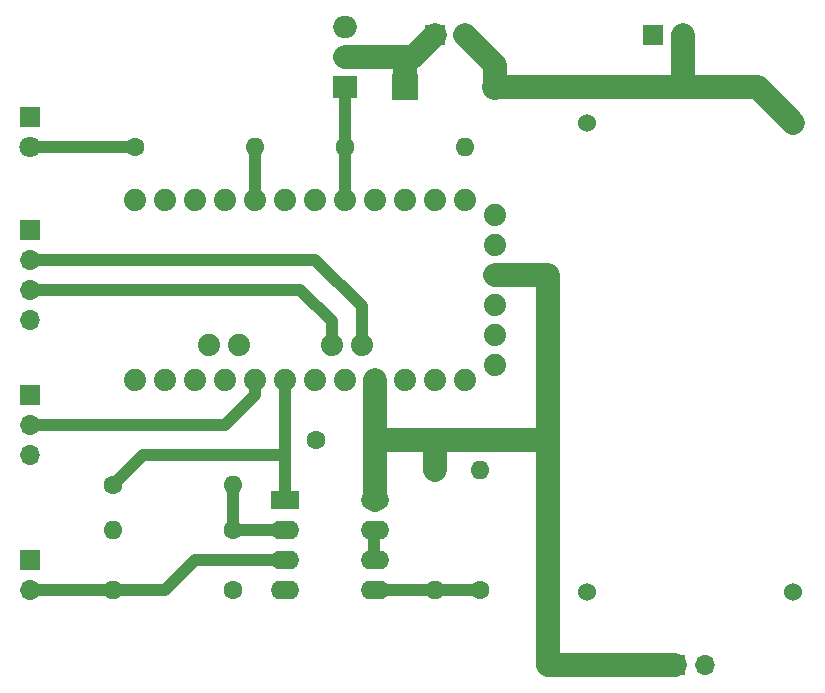
<source format=gbr>
G04 #@! TF.GenerationSoftware,KiCad,Pcbnew,(5.0.2-5)-5*
G04 #@! TF.CreationDate,2022-02-20T19:00:33+00:00*
G04 #@! TF.ProjectId,soldering_iron,736f6c64-6572-4696-9e67-5f69726f6e2e,rev?*
G04 #@! TF.SameCoordinates,Original*
G04 #@! TF.FileFunction,Copper,L1,Top*
G04 #@! TF.FilePolarity,Positive*
%FSLAX46Y46*%
G04 Gerber Fmt 4.6, Leading zero omitted, Abs format (unit mm)*
G04 Created by KiCad (PCBNEW (5.0.2-5)-5) date Sunday, 20 February 2022 at 19:00:33*
%MOMM*%
%LPD*%
G01*
G04 APERTURE LIST*
G04 #@! TA.AperFunction,ComponentPad*
%ADD10C,1.524000*%
G04 #@! TD*
G04 #@! TA.AperFunction,ComponentPad*
%ADD11O,1.700000X1.700000*%
G04 #@! TD*
G04 #@! TA.AperFunction,ComponentPad*
%ADD12R,1.700000X1.700000*%
G04 #@! TD*
G04 #@! TA.AperFunction,ComponentPad*
%ADD13O,2.400000X1.600000*%
G04 #@! TD*
G04 #@! TA.AperFunction,ComponentPad*
%ADD14R,2.400000X1.600000*%
G04 #@! TD*
G04 #@! TA.AperFunction,ComponentPad*
%ADD15O,2.200000X2.200000*%
G04 #@! TD*
G04 #@! TA.AperFunction,ComponentPad*
%ADD16R,2.200000X2.200000*%
G04 #@! TD*
G04 #@! TA.AperFunction,ComponentPad*
%ADD17C,1.800000*%
G04 #@! TD*
G04 #@! TA.AperFunction,ComponentPad*
%ADD18R,1.800000X1.800000*%
G04 #@! TD*
G04 #@! TA.AperFunction,ComponentPad*
%ADD19O,2.000000X1.905000*%
G04 #@! TD*
G04 #@! TA.AperFunction,ComponentPad*
%ADD20R,2.000000X1.905000*%
G04 #@! TD*
G04 #@! TA.AperFunction,ComponentPad*
%ADD21O,1.600000X1.600000*%
G04 #@! TD*
G04 #@! TA.AperFunction,ComponentPad*
%ADD22C,1.600000*%
G04 #@! TD*
G04 #@! TA.AperFunction,ComponentPad*
%ADD23C,1.879600*%
G04 #@! TD*
G04 #@! TA.AperFunction,Conductor*
%ADD24C,1.000000*%
G04 #@! TD*
G04 #@! TA.AperFunction,Conductor*
%ADD25C,2.000000*%
G04 #@! TD*
G04 APERTURE END LIST*
D10*
G04 #@! TO.P,U1,4*
G04 #@! TO.N,+24v*
X143351250Y-32861250D03*
G04 #@! TO.P,U1,1*
G04 #@! TO.N,GND*
X125888750Y-32861250D03*
G04 #@! TO.P,U1,3*
G04 #@! TO.N,Net-(J5-Pad2)*
X143351250Y-72548750D03*
G04 #@! TO.P,U1,2*
G04 #@! TO.N,GND*
X125888750Y-72548750D03*
G04 #@! TD*
D11*
G04 #@! TO.P,J1,2*
G04 #@! TO.N,+24v*
X133985000Y-25400000D03*
D12*
G04 #@! TO.P,J1,1*
G04 #@! TO.N,GND*
X131445000Y-25400000D03*
G04 #@! TD*
D11*
G04 #@! TO.P,J3,3*
G04 #@! TO.N,VCC*
X78740000Y-60960000D03*
G04 #@! TO.P,J3,2*
G04 #@! TO.N,SETPOINT*
X78740000Y-58420000D03*
D12*
G04 #@! TO.P,J3,1*
G04 #@! TO.N,GND*
X78740000Y-55880000D03*
G04 #@! TD*
D13*
G04 #@! TO.P,U2,8*
G04 #@! TO.N,VCC*
X107950000Y-64770000D03*
G04 #@! TO.P,U2,4*
G04 #@! TO.N,GND*
X100330000Y-72390000D03*
G04 #@! TO.P,U2,7*
G04 #@! TO.N,Net-(U2-Pad6)*
X107950000Y-67310000D03*
G04 #@! TO.P,U2,3*
G04 #@! TO.N,PTC*
X100330000Y-69850000D03*
G04 #@! TO.P,U2,6*
G04 #@! TO.N,Net-(U2-Pad6)*
X107950000Y-69850000D03*
G04 #@! TO.P,U2,2*
G04 #@! TO.N,Net-(R5-Pad1)*
X100330000Y-67310000D03*
G04 #@! TO.P,U2,5*
G04 #@! TO.N,Net-(R1-Pad2)*
X107950000Y-72390000D03*
D14*
G04 #@! TO.P,U2,1*
G04 #@! TO.N,PTC_SENSOR*
X100330000Y-64770000D03*
G04 #@! TD*
D15*
G04 #@! TO.P,D1,2*
G04 #@! TO.N,+24v*
X118110000Y-29845000D03*
D16*
G04 #@! TO.P,D1,1*
G04 #@! TO.N,Net-(D1-Pad1)*
X110490000Y-29845000D03*
G04 #@! TD*
D17*
G04 #@! TO.P,D2,2*
G04 #@! TO.N,Net-(D2-Pad2)*
X78740000Y-34925000D03*
D18*
G04 #@! TO.P,D2,1*
G04 #@! TO.N,GND*
X78740000Y-32385000D03*
G04 #@! TD*
D11*
G04 #@! TO.P,J5,2*
G04 #@! TO.N,Net-(J5-Pad2)*
X135890000Y-78740000D03*
D12*
G04 #@! TO.P,J5,1*
G04 #@! TO.N,VCC*
X133350000Y-78740000D03*
G04 #@! TD*
D19*
G04 #@! TO.P,Q1,3*
G04 #@! TO.N,GND*
X105410000Y-24765000D03*
G04 #@! TO.P,Q1,2*
G04 #@! TO.N,Net-(D1-Pad1)*
X105410000Y-27305000D03*
D20*
G04 #@! TO.P,Q1,1*
G04 #@! TO.N,HEAT*
X105410000Y-29845000D03*
G04 #@! TD*
D21*
G04 #@! TO.P,R1,2*
G04 #@! TO.N,Net-(R1-Pad2)*
X113030000Y-72390000D03*
D22*
G04 #@! TO.P,R1,1*
G04 #@! TO.N,VCC*
X113030000Y-62230000D03*
G04 #@! TD*
D21*
G04 #@! TO.P,R2,2*
G04 #@! TO.N,GND*
X116840000Y-62230000D03*
D22*
G04 #@! TO.P,R2,1*
G04 #@! TO.N,Net-(R1-Pad2)*
X116840000Y-72390000D03*
G04 #@! TD*
D21*
G04 #@! TO.P,R3,2*
G04 #@! TO.N,GND*
X115570000Y-34925000D03*
D22*
G04 #@! TO.P,R3,1*
G04 #@! TO.N,HEAT*
X105410000Y-34925000D03*
G04 #@! TD*
D21*
G04 #@! TO.P,R4,2*
G04 #@! TO.N,PTC*
X85725000Y-72390000D03*
D22*
G04 #@! TO.P,R4,1*
G04 #@! TO.N,VCC*
X95885000Y-72390000D03*
G04 #@! TD*
D21*
G04 #@! TO.P,R5,2*
G04 #@! TO.N,GND*
X85725000Y-67310000D03*
D22*
G04 #@! TO.P,R5,1*
G04 #@! TO.N,Net-(R5-Pad1)*
X95885000Y-67310000D03*
G04 #@! TD*
D21*
G04 #@! TO.P,R6,2*
G04 #@! TO.N,Net-(R5-Pad1)*
X95885000Y-63500000D03*
D22*
G04 #@! TO.P,R6,1*
G04 #@! TO.N,PTC_SENSOR*
X85725000Y-63500000D03*
G04 #@! TD*
D21*
G04 #@! TO.P,R7,2*
G04 #@! TO.N,Net-(R7-Pad2)*
X97790000Y-34925000D03*
D22*
G04 #@! TO.P,R7,1*
G04 #@! TO.N,Net-(D2-Pad2)*
X87630000Y-34925000D03*
G04 #@! TD*
G04 #@! TO.P,C1,2*
G04 #@! TO.N,GND*
X102950000Y-59690000D03*
G04 #@! TO.P,C1,1*
G04 #@! TO.N,VCC*
X107950000Y-59690000D03*
G04 #@! TD*
D11*
G04 #@! TO.P,J6,2*
G04 #@! TO.N,+24v*
X115570000Y-25400000D03*
D12*
G04 #@! TO.P,J6,1*
G04 #@! TO.N,Net-(D1-Pad1)*
X113030000Y-25400000D03*
G04 #@! TD*
D11*
G04 #@! TO.P,J2,4*
G04 #@! TO.N,VCC*
X78740000Y-49530000D03*
G04 #@! TO.P,J2,3*
G04 #@! TO.N,SDA*
X78740000Y-46990000D03*
G04 #@! TO.P,J2,2*
G04 #@! TO.N,SCL*
X78740000Y-44450000D03*
D12*
G04 #@! TO.P,J2,1*
G04 #@! TO.N,GND*
X78740000Y-41910000D03*
G04 #@! TD*
D11*
G04 #@! TO.P,J4,2*
G04 #@! TO.N,PTC*
X78740000Y-72390000D03*
D12*
G04 #@! TO.P,J4,1*
G04 #@! TO.N,GND*
X78740000Y-69850000D03*
G04 #@! TD*
D23*
G04 #@! TO.P,U3,JP7_12*
G04 #@! TO.N,N/C*
X115570000Y-39370000D03*
G04 #@! TO.P,U3,JP7_11*
X113030000Y-39370000D03*
G04 #@! TO.P,U3,JP7_10*
X110490000Y-39370000D03*
G04 #@! TO.P,U3,JP7_9*
G04 #@! TO.N,GND*
X107950000Y-39370000D03*
G04 #@! TO.P,U3,JP7_8*
G04 #@! TO.N,HEAT*
X105410000Y-39370000D03*
G04 #@! TO.P,U3,JP7_7*
G04 #@! TO.N,N/C*
X102870000Y-39370000D03*
G04 #@! TO.P,U3,JP7_6*
X100330000Y-39370000D03*
G04 #@! TO.P,U3,JP7_5*
G04 #@! TO.N,Net-(R7-Pad2)*
X97790000Y-39370000D03*
G04 #@! TO.P,U3,JP7_4*
G04 #@! TO.N,N/C*
X95250000Y-39370000D03*
G04 #@! TO.P,U3,JP7_3*
X92710000Y-39370000D03*
G04 #@! TO.P,U3,JP7_2*
X90170000Y-39370000D03*
G04 #@! TO.P,U3,JP7_1*
X87630000Y-39370000D03*
G04 #@! TO.P,U3,JP6_12*
X87630000Y-54610000D03*
G04 #@! TO.P,U3,JP6_11*
X90170000Y-54610000D03*
G04 #@! TO.P,U3,JP6_10*
X92710000Y-54610000D03*
G04 #@! TO.P,U3,JP6_9*
X95250000Y-54610000D03*
G04 #@! TO.P,U3,JP6_8*
G04 #@! TO.N,SETPOINT*
X97790000Y-54610000D03*
G04 #@! TO.P,U3,JP6_7*
G04 #@! TO.N,PTC_SENSOR*
X100330000Y-54610000D03*
G04 #@! TO.P,U3,JP6_6*
G04 #@! TO.N,N/C*
X102870000Y-54610000D03*
G04 #@! TO.P,U3,JP6_5*
X105410000Y-54610000D03*
G04 #@! TO.P,U3,JP6_4*
G04 #@! TO.N,VCC*
X107950000Y-54610000D03*
G04 #@! TO.P,U3,JP6_3*
G04 #@! TO.N,N/C*
X110490000Y-54610000D03*
G04 #@! TO.P,U3,JP6_2*
G04 #@! TO.N,GND*
X113030000Y-54610000D03*
G04 #@! TO.P,U3,JP6_1*
G04 #@! TO.N,N/C*
X115570000Y-54610000D03*
G04 #@! TO.P,U3,JP3_1*
X93853000Y-51689000D03*
G04 #@! TO.P,U3,JP3_2*
X96393000Y-51689000D03*
G04 #@! TO.P,U3,JP2_2*
G04 #@! TO.N,SCL*
X106807000Y-51689000D03*
G04 #@! TO.P,U3,JP2_1*
G04 #@! TO.N,SDA*
X104267000Y-51689000D03*
G04 #@! TO.P,U3,JP1_6*
G04 #@! TO.N,GND*
X118110000Y-40640000D03*
G04 #@! TO.P,U3,JP1_5*
X118110000Y-43180000D03*
G04 #@! TO.P,U3,JP1_4*
G04 #@! TO.N,VCC*
X118110000Y-45720000D03*
G04 #@! TO.P,U3,JP1_3*
G04 #@! TO.N,N/C*
X118110000Y-48260000D03*
G04 #@! TO.P,U3,JP1_2*
X118110000Y-50800000D03*
G04 #@! TO.P,U3,JP1_1*
X118110000Y-53340000D03*
G04 #@! TD*
D24*
G04 #@! TO.N,SDA*
X78740000Y-46990000D02*
X98425000Y-46990000D01*
X104267000Y-51689000D02*
X104267000Y-49657000D01*
X104267000Y-49657000D02*
X101600000Y-46990000D01*
X101600000Y-46990000D02*
X98425000Y-46990000D01*
G04 #@! TO.N,SETPOINT*
X97790000Y-55880000D02*
X95250000Y-58420000D01*
X97790000Y-54610000D02*
X97790000Y-55880000D01*
G04 #@! TO.N,SCL*
X78740000Y-44450000D02*
X99060000Y-44450000D01*
X106807000Y-51689000D02*
X106807000Y-48387000D01*
X106807000Y-48387000D02*
X102870000Y-44450000D01*
X102870000Y-44450000D02*
X99060000Y-44450000D01*
D25*
G04 #@! TO.N,VCC*
X107950000Y-54610000D02*
X107950000Y-59690000D01*
X107950000Y-59690000D02*
X107950000Y-64770000D01*
X122555000Y-45720000D02*
X118110000Y-45720000D01*
X122555000Y-59690000D02*
X122555000Y-45720000D01*
X113030000Y-62230000D02*
X113030000Y-59690000D01*
X113030000Y-59690000D02*
X122555000Y-59690000D01*
X107950000Y-59690000D02*
X113030000Y-59690000D01*
X122555000Y-78740000D02*
X122555000Y-59690000D01*
X133350000Y-78740000D02*
X122555000Y-78740000D01*
D24*
G04 #@! TO.N,PTC*
X78740000Y-72390000D02*
X85725000Y-72390000D01*
X85725000Y-72390000D02*
X90170000Y-72390000D01*
X92710000Y-69850000D02*
X100330000Y-69850000D01*
X90170000Y-72390000D02*
X92710000Y-69850000D01*
G04 #@! TO.N,Net-(R1-Pad2)*
X107950000Y-72390000D02*
X113030000Y-72390000D01*
X116840000Y-72390000D02*
X113030000Y-72390000D01*
G04 #@! TO.N,Net-(R5-Pad1)*
X95885000Y-63500000D02*
X95885000Y-67310000D01*
X95885000Y-67310000D02*
X100330000Y-67310000D01*
D25*
G04 #@! TO.N,+24v*
X118110000Y-29845000D02*
X140335000Y-29845000D01*
X133985000Y-29845000D02*
X133985000Y-25400000D01*
X140335000Y-29845000D02*
X143351250Y-32861250D01*
X133985000Y-29845000D02*
X140335000Y-29845000D01*
X118110000Y-27940000D02*
X115570000Y-25400000D01*
X118110000Y-29845000D02*
X118110000Y-27940000D01*
G04 #@! TO.N,Net-(D1-Pad1)*
X111125000Y-27305000D02*
X113030000Y-25400000D01*
X110490000Y-29845000D02*
X110490000Y-27305000D01*
X110490000Y-27305000D02*
X111125000Y-27305000D01*
X105410000Y-27305000D02*
X110490000Y-27305000D01*
D24*
G04 #@! TO.N,Net-(D2-Pad2)*
X78740000Y-34925000D02*
X87630000Y-34925000D01*
G04 #@! TO.N,HEAT*
X105410000Y-29845000D02*
X105410000Y-39370000D01*
G04 #@! TO.N,PTC_SENSOR*
X100330000Y-60325000D02*
X100330000Y-54610000D01*
X100330000Y-64770000D02*
X100330000Y-60325000D01*
X93980000Y-60960000D02*
X100330000Y-60960000D01*
X88265000Y-60960000D02*
X93980000Y-60960000D01*
X85725000Y-63500000D02*
X88265000Y-60960000D01*
G04 #@! TO.N,Net-(U2-Pad6)*
X107823000Y-69850000D02*
X107823000Y-67310000D01*
G04 #@! TO.N,SETPOINT*
X95250000Y-58420000D02*
X78740000Y-58420000D01*
G04 #@! TO.N,Net-(R7-Pad2)*
X97790000Y-34925000D02*
X97790000Y-39370000D01*
G04 #@! TD*
M02*

</source>
